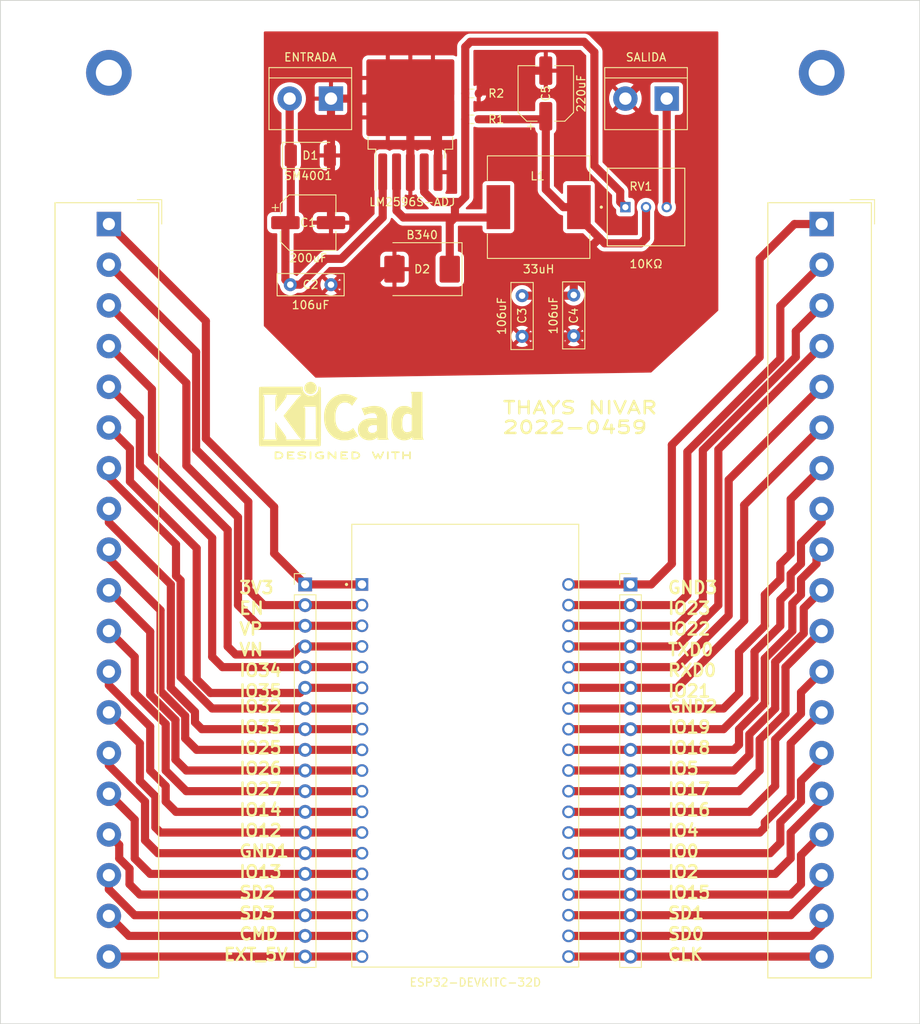
<source format=kicad_pcb>
(kicad_pcb (version 20221018) (generator pcbnew)
  (layers (0 "F.Cu" signal) (31 "B.Cu" signal) (34 "B.Paste" user) (35 "F.Paste" user) (36 "B.SilkS" user "B.Silkscreen") (37 "F.SilkS" user "F.Silkscreen") (38 "B.Mask" user) (39 "F.Mask" user) (44 "Edge.Cuts" user))
  (net 0 "")
  (net 1 "Net-(D1-K)")
  (net 2 "GND")
  (net 3 "Net-(J6-Pin_1)")
  (net 4 "Net-(D2-K)")
  (net 5 "3v3")
  (net 6 "EN")
  (net 7 "VP")
  (net 8 "VN")
  (net 9 "IO34")
  (net 10 "IO35")
  (net 11 "IO32")
  (net 12 "IO33")
  (net 13 "IO25")
  (net 14 "IO26")
  (net 15 "IO27")
  (net 16 "IO14")
  (net 17 "IO12")
  (net 18 "GND1")
  (net 19 "IO13")
  (net 20 "SD2")
  (net 21 "SD3")
  (net 22 "CMD")
  (net 23 "EXT_5V")
  (net 24 "GND3")
  (net 25 "IO23")
  (net 26 "IO22")
  (net 27 "TXD0")
  (net 28 "RXD0")
  (net 29 "IO21")
  (net 30 "GND2")
  (net 31 "IO19")
  (net 32 "IO18")
  (net 33 "IO5")
  (net 34 "IO17")
  (net 35 "IO16")
  (net 36 "IO4")
  (net 37 "IO0")
  (net 38 "IO2")
  (net 39 "IO15")
  (net 40 "SD1")
  (net 41 "SD0")
  (net 42 "CLK")
  (footprint "MountingHole:MountingHole_3.2mm_M3_DIN965_Pad" (layer "F.Cu") (at 97.155 34.29)
    (fp_text reference "REF**" hide)
    (fp_text value "MountingHole_3.2mm_M3_DIN965_Pad" hide)
  )
  (footprint "Diode_SMD:D_MELF" (layer "F.Cu") (at 121.92 44.45)
    (fp_text reference "D1")
    (fp_text value "SM4001")
  )
  (footprint "Resistor_SMD:R_0603_1608Metric" (layer "F.Cu") (at 141.795 40.005 180)
    (fp_text reference "R1")
    (fp_text value "R" hide)
  )
  (footprint "ESP32-DEVKITC-32D:MODULE_ESP32-DEVKITC-32D" (layer "F.Cu") (at 140.97 116.915)
    (fp_text reference "U1" hide)
    (fp_text value "ESP32-DEVKITC-32D")
  )
  (footprint "Package_TO_SOT_SMD:TO-263-5_TabPin3" (layer "F.Cu") (at 134.22 38.85 90)
    (fp_text reference "U2" hide)
    (fp_text value "LM2596S-ADJ")
  )
  (footprint "COM-09806:TRIM_COM-09806" (layer "F.Cu") (at 163.195 50.8)
    (fp_text reference "RV1")
    (fp_text value "10KΩ")
  )
  (footprint "Capacitor_THT:C_Disc_D8.0mm_W2.5mm_P5.00mm" (layer "F.Cu") (at 119.46 60.325)
    (fp_text reference "C2")
    (fp_text value "106uF")
  )
  (footprint "TerminalBlock_Altech:Altech_AK300_1x19_P5.00mm_45-Degree" (layer "F.Cu") (at 184.785 52.875 -90)
    (fp_text reference "J4" hide)
    (fp_text value "Conn_01x19_Pin" hide)
  )
  (footprint "Capacitor_SMD:CP_Elec_6.3x5.2" (layer "F.Cu") (at 150.87 36.83 90)
    (fp_text reference "C5")
    (fp_text value "220uF")
  )
  (footprint "Diode_SMD:D_SMC" (layer "F.Cu") (at 135.665 58.42 180)
    (fp_text reference "D2")
    (fp_text value "B340")
  )
  (footprint "Capacitor_THT:C_Disc_D8.0mm_W2.5mm_P5.00mm" (layer "F.Cu") (at 147.955 61.675 -90)
    (fp_text reference "C3")
    (fp_text value "106uF")
  )
  (footprint "Capacitor_SMD:CP_Elec_6.3x5.2" (layer "F.Cu") (at 121.66 52.705)
    (fp_text reference "C1")
    (fp_text value "200uF")
  )
  (footprint "Capacitor_THT:C_Disc_D8.0mm_W2.5mm_P5.00mm" (layer "F.Cu") (at 154.305 61.595 -90)
    (fp_text reference "C4")
    (fp_text value "106uF")
  )
  (footprint "MountingHole:MountingHole_3.2mm_M3_DIN965_Pad" (layer "F.Cu") (at 184.785 34.29)
    (fp_text reference "REF**" hide)
    (fp_text value "MountingHole_3.2mm_M3_DIN965_Pad" hide)
  )
  (footprint "Inductor_SMD:L_12x12mm_H6mm" (layer "F.Cu") (at 149.99 50.8)
    (fp_text reference "L1")
    (fp_text value "33uH")
  )
  (footprint "TerminalBlock:TerminalBlock_bornier-2_P5.08mm" (layer "F.Cu") (at 165.735 37.465 180)
    (fp_text reference "J6" hide)
    (fp_text value "SALIDA")
  )
  (footprint "Connector_PinHeader_2.54mm:PinHeader_1x19_P2.54mm_Vertical" (layer "F.Cu") (at 121.285 97.155)
    (fp_text reference "J3" hide)
    (fp_text value "Conn_01x19_Pin" hide)
  )
  (footprint "Symbol:KiCad-Logo2_8mm_SilkScreen" (layer "F.Cu") (at 125.73 76.2)
    (fp_text reference "REF**" hide)
    (fp_text value "KiCad-Logo2_8mm_SilkScreen" hide)
  )
  (footprint "TerminalBlock_Altech:Altech_AK300_1x19_P5.00mm_45-Degree" (layer "F.Cu") (at 97.155 52.875 -90)
    (fp_text reference "J1" hide)
    (fp_text value "Conn_01x19_Socket" hide)
  )
  (footprint "TerminalBlock:TerminalBlock_bornier-2_P5.08mm" (layer "F.Cu") (at 124.46 37.465 180)
    (fp_text reference "J5" hide)
    (fp_text value "ENTRADA")
  )
  (footprint "Connector_PinHeader_2.54mm:PinHeader_1x19_P2.54mm_Vertical" (layer "F.Cu") (at 161.29 97.155)
    (fp_text reference "J2" hide)
    (fp_text value "Conn_01x19_Socket" hide)
  )
  (footprint "Resistor_SMD:R_0603_1608Metric" (layer "F.Cu") (at 141.795 36.83)
    (fp_text reference "R2")
    (fp_text value "R" hide)
  )
  (gr_rect (start 83.82 25.4) (end 196.85 151.13) (stroke (width 0.1)) (fill none) (layer "Edge.Cuts"))
  (gr_text "IO0" (at 165.735 130.81) (layer "F.SilkS") (effects (font (size 1.5 1.5) (thickness 0.3) bold) (justify left bottom)))
  (gr_text "3V3" (at 113.03 98.425) (layer "F.SilkS") (effects (font (size 1.5 1.5) (thickness 0.3) bold) (justify left bottom)))
  (gr_text "IO15\n" (at 165.735 135.89) (layer "F.SilkS") (effects (font (size 1.5 1.5) (thickness 0.3) bold) (justify left bottom)))
  (gr_text "VP" (at 113.03 103.505) (layer "F.SilkS") (effects (font (size 1.5 1.5) (thickness 0.3) bold) (justify left bottom)))
  (gr_text "GND2" (at 165.735 113.03) (layer "F.SilkS") (effects (font (size 1.5 1.5) (thickness 0.3) bold) (justify left bottom)))
  (gr_text "IO26" (at 113.03 120.65) (layer "F.SilkS") (effects (font (size 1.5 1.5) (thickness 0.3) bold) (justify left bottom)))
  (gr_text "IO21" (at 165.735 111.125) (layer "F.SilkS") (effects (font (size 1.5 1.5) (thickness 0.3) bold) (justify left bottom)))
  (gr_text "IO33" (at 113.03 115.57) (layer "F.SilkS") (effects (font (size 1.5 1.5) (thickness 0.3) bold) (justify left bottom)))
  (gr_text "IO4" (at 165.735 128.27) (layer "F.SilkS") (effects (font (size 1.5 1.5) (thickness 0.3) bold) (justify left bottom)))
  (gr_text "IO13" (at 113.03 133.35) (layer "F.SilkS") (effects (font (size 1.5 1.5) (thickness 0.3) bold) (justify left bottom)))
  (gr_text "IO14" (at 113.03 125.73) (layer "F.SilkS") (effects (font (size 1.5 1.5) (thickness 0.3) bold) (justify left bottom)))
  (gr_text "IO19" (at 165.735 115.57) (layer "F.SilkS") (effects (font (size 1.5 1.5) (thickness 0.3) bold) (justify left bottom)))
  (gr_text "EN" (at 113.03 100.965) (layer "F.SilkS") (effects (font (size 1.5 1.5) (thickness 0.3) bold) (justify left bottom)))
  (gr_text "IO5" (at 165.735 120.65) (layer "F.SilkS") (effects (font (size 1.5 1.5) (thickness 0.3) bold) (justify left bottom)))
  (gr_text "SD1" (at 165.735 138.43) (layer "F.SilkS") (effects (font (size 1.5 1.5) (thickness 0.3) bold) (justify left bottom)))
  (gr_text "THAYS NIVAR\n2022-0459\n" (at 145.415 78.74) (layer "F.SilkS") (effects (font (size 1.5 2) (thickness 0.3) bold) (justify left bottom)))
  (gr_text "SD3" (at 113.03 138.43) (layer "F.SilkS") (effects (font (size 1.5 1.5) (thickness 0.3) bold) (justify left bottom)))
  (gr_text "IO2" (at 165.735 133.35) (layer "F.SilkS") (effects (font (size 1.5 1.5) (thickness 0.3) bold) (justify left bottom)))
  (gr_text "IO23" (at 165.735 100.965) (layer "F.SilkS") (effects (font (size 1.5 1.5) (thickness 0.3) bold) (justify left bottom)))
  (gr_text "CLK\n" (at 165.735 143.51) (layer "F.SilkS") (effects (font (size 1.5 1.5) (thickness 0.3) bold) (justify left bottom)))
  (gr_text "IO34" (at 113.03 108.585) (layer "F.SilkS") (effects (font (size 1.5 1.5) (thickness 0.3) bold) (justify left bottom)))
  (gr_text "CMD" (at 113.03 140.97) (layer "F.SilkS") (effects (font (size 1.5 1.5) (thickness 0.3) bold) (justify left bottom)))
  (gr_text "TXD0" (at 165.735 106.045) (layer "F.SilkS") (effects (font (size 1.5 1.5) (thickness 0.3) bold) (justify left bottom)))
  (gr_text "IO32" (at 113.03 113.03) (layer "F.SilkS") (effects (font (size 1.5 1.5) (thickness 0.3) bold) (justify left bottom)))
  (gr_text "IO12" (at 113.03 128.27) (layer "F.SilkS") (effects (font (size 1.5 1.5) (thickness 0.3) bold) (justify left bottom)))
  (gr_text "IO27" (at 113.03 123.19) (layer "F.SilkS") (effects (font (size 1.5 1.5) (thickness 0.3) bold) (justify left bottom)))
  (gr_text "GND1" (at 113.03 130.81) (layer "F.SilkS") (effects (font (size 1.5 1.5) (thickness 0.3) bold) (justify left bottom)))
  (gr_text "IO16" (at 165.735 125.73) (layer "F.SilkS") (effects (font (size 1.5 1.5) (thickness 0.3) bold) (justify left bottom)))
  (gr_text "IO22" (at 165.735 103.505) (layer "F.SilkS") (effects (font (size 1.5 1.5) (thickness 0.3) bold) (justify left bottom)))
  (gr_text "VN" (at 113.03 106.045) (layer "F.SilkS") (effects (font (size 1.5 1.5) (thickness 0.3) bold) (justify left bottom)))
  (gr_text "SD2" (at 113.03 135.89) (layer "F.SilkS") (effects (font (size 1.5 1.5) (thickness 0.3) bold) (justify left bottom)))
  (gr_text "EXT_5V" (at 111.125 143.51) (layer "F.SilkS") (effects (font (size 1.5 1.5) (thickness 0.3) bold) (justify left bottom)))
  (gr_text "IO25" (at 113.03 118.11) (layer "F.SilkS") (effects (font (size 1.5 1.5) (thickness 0.3) bold) (justify left bottom)))
  (gr_text "IO17" (at 165.735 123.19) (layer "F.SilkS") (effects (font (size 1.5 1.5) (thickness 0.3) bold) (justify left bottom)))
  (gr_text "GND3" (at 165.735 98.425) (layer "F.SilkS") (effects (font (size 1.5 1.5) (thickness 0.3) bold) (justify left bottom)))
  (gr_text "SD0\n" (at 165.735 140.97) (layer "F.SilkS") (effects (font (size 1.5 1.5) (thickness 0.3) bold) (justify left bottom)))
  (gr_text "IO18" (at 165.735 118.11) (layer "F.SilkS") (effects (font (size 1.5 1.5) (thickness 0.3) bold) (justify left bottom)))
  (gr_text "RXD0" (at 165.735 108.585) (layer "F.SilkS") (effects (font (size 1.5 1.5) (thickness 0.3) bold) (justify left bottom)))
  (gr_text "IO35" (at 113.03 111.125) (layer "F.SilkS") (effects (font (size 1.5 1.5) (thickness 0.3) bold) (justify left bottom)))
  (segment (start 118.86 59.725) (end 119.46 60.325) (width 1) (layer "F.Cu") (net 1))
  (segment (start 118.86 52.705) (end 118.86 59.725) (width 1) (layer "F.Cu") (net 1))
  (segment (start 119.52 44.45) (end 119.52 52.045) (width 1) (layer "F.Cu") (net 1))
  (segment (start 125.73 57.15) (end 130.82 52.06) (width 1) (layer "F.Cu") (net 1))
  (segment (start 123.825 57.15) (end 125.73 57.15) (width 1) (layer "F.Cu") (net 1))
  (segment (start 120.65 60.325) (end 123.825 57.15) (width 1) (layer "F.Cu") (net 1))
  (segment (start 119.46 60.325) (end 120.65 60.325) (width 1) (layer "F.Cu") (net 1))
  (segment (start 119.38 37.465) (end 119.38 44.31) (width 1) (layer "F.Cu") (net 1))
  (segment (start 119.52 52.045) (end 118.86 52.705) (width 1) (layer "F.Cu") (net 1))
  (segment (start 130.82 52.06) (end 130.82 46.5) (width 1) (layer "F.Cu") (net 1))
  (segment (start 119.38 44.31) (end 119.52 44.45) (width 1) (layer "F.Cu") (net 1))
  (segment (start 129.54 60.325) (end 124.46 60.325) (width 1) (layer "F.Cu") (net 2))
  (segment (start 162.64 66.595) (end 154.305 66.595) (width 1) (layer "F.Cu") (net 2))
  (segment (start 145.42 34.03) (end 142.62 36.83) (width 1) (layer "F.Cu") (net 2))
  (segment (start 168.91 60.325) (end 162.64 66.595) (width 1) (layer "F.Cu") (net 2))
  (segment (start 167.64 34.29) (end 168.91 35.56) (width 1) (layer "F.Cu") (net 2))
  (segment (start 137.62 46.5) (end 137.62 40.4) (width 1) (layer "F.Cu") (net 2))
  (segment (start 124.46 52.705) (end 124.46 44.59) (width 1) (layer "F.Cu") (net 2))
  (segment (start 132.715 57.15) (end 129.54 60.325) (width 1) (layer "F.Cu") (net 2))
  (segment (start 124.46 44.59) (end 124.32 44.45) (width 1) (layer "F.Cu") (net 2))
  (segment (start 124.46 37.465) (end 128.905 37.465) (width 1) (layer "F.Cu") (net 2))
  (segment (start 124.46 37.465) (end 124.46 44.31) (width 1) (layer "F.Cu") (net 2))
  (segment (start 128.905 37.465) (end 131.445 34.925) (width 1) (layer "F.Cu") (net 2))
  (segment (start 160.655 37.465) (end 163.83 34.29) (width 1) (layer "F.Cu") (net 2))
  (segment (start 124.46 44.31) (end 124.32 44.45) (width 1) (layer "F.Cu") (net 2))
  (segment (start 147.955 66.675) (end 154.225 66.675) (width 1) (layer "F.Cu") (net 2))
  (segment (start 150.87 34.03) (end 145.42 34.03) (width 1) (layer "F.Cu") (net 2))
  (segment (start 163.83 34.29) (end 167.64 34.29) (width 1) (layer "F.Cu") (net 2))
  (segment (start 154.225 66.675) (end 154.305 66.595) (width 1) (layer "F.Cu") (net 2))
  (segment (start 132.265 58.42) (end 132.852944 57.832056) (width 1) (layer "F.Cu") (net 2))
  (segment (start 137.62 40.4) (end 136.995 39.775) (width 1) (layer "F.Cu") (net 2))
  (segment (start 132.852944 57.287944) (end 132.715 57.15) (width 1) (layer "F.Cu") (net 2))
  (segment (start 132.852944 57.832056) (end 132.852944 57.287944) (width 1) (layer "F.Cu") (net 2))
  (segment (start 168.91 35.56) (end 168.91 60.325) (width 1) (layer "F.Cu") (net 2))
  (segment (start 134.22 46.5) (end 134.22 37.35) (width 1) (layer "F.Cu") (net 2))
  (segment (start 163.195 54.61) (end 163.195 50.8) (width 1) (layer "F.Cu") (net 3))
  (segment (start 154.305 61.595) (end 154.305 57.785) (width 1) (layer "F.Cu") (net 3))
  (segment (start 150.87 48.635) (end 153.035 50.8) (width 1) (layer "F.Cu") (net 3))
  (segment (start 165.735 37.465) (end 165.735 50.8) (width 1) (layer "F.Cu") (net 3))
  (segment (start 147.955 61.675) (end 154.225 61.675) (width 1) (layer "F.Cu") (net 3))
  (segment (start 150.87 39.63) (end 150.87 48.635) (width 1) (layer "F.Cu") (net 3))
  (segment (start 150.495 40.005) (end 150.87 39.63) (width 1) (layer "F.Cu") (net 3))
  (segment (start 154.94 52.07) (end 157.48 54.61) (width 1) (layer "F.Cu") (net 3))
  (segment (start 153.035 50.8) (end 154.94 50.8) (width 1) (layer "F.Cu") (net 3))
  (segment (start 154.225 61.675) (end 154.305 61.595) (width 1) (layer "F.Cu") (net 3))
  (segment (start 162.56 55.245) (end 163.195 54.61) (width 1) (layer "F.Cu") (net 3))
  (segment (start 154.305 57.785) (end 157.48 54.61) (width 1) (layer "F.Cu") (net 3))
  (segment (start 150.87 39.63) (end 151.13 39.89) (width 1) (layer "F.Cu") (net 3))
  (segment (start 158.115 55.245) (end 162.56 55.245) (width 1) (layer "F.Cu") (net 3))
  (segment (start 157.48 54.61) (end 158.115 55.245) (width 1) (layer "F.Cu") (net 3))
  (segment (start 154.94 50.8) (end 154.94 52.07) (width 1) (layer "F.Cu") (net 3))
  (segment (start 142.62 40.005) (end 150.495 40.005) (width 1) (layer "F.Cu") (net 3))
  (segment (start 133.35 52.07) (end 139.7 52.07) (width 1) (layer "F.Cu") (net 4))
  (segment (start 139.065 58.42) (end 139.065 52.705) (width 1) (layer "F.Cu") (net 4))
  (segment (start 140.97 49.53) (end 140.97 40.005) (width 1) (layer "F.Cu") (net 4))
  (segment (start 139.065 52.705) (end 139.7 52.07) (width 1) (layer "F.Cu") (net 4))
  (segment (start 141.605 30.48) (end 155.575 30.48) (width 1) (layer "F.Cu") (net 4))
  (segment (start 140.97 31.115) (end 141.605 30.48) (width 1) (layer "F.Cu") (net 4))
  (segment (start 132.52 51.24) (end 133.35 52.07) (width 1) (layer "F.Cu") (net 4))
  (segment (start 140.97 36.83) (end 140.97 31.115) (width 1) (layer "F.Cu") (net 4))
  (segment (start 140.335 50.165) (end 140.97 49.53) (width 1) (layer "F.Cu") (net 4))
  (segment (start 156.845 31.75) (end 156.845 45.72) (width 1) (layer "F.Cu") (net 4))
  (segment (start 137.16 50.165) (end 140.335 50.165) (width 1) (layer "F.Cu") (net 4))
  (segment (start 155.575 30.48) (end 156.845 31.75) (width 1) (layer "F.Cu") (net 4))
  (segment (start 135.92 46.5) (end 135.92 48.925) (width 1) (layer "F.Cu") (net 4))
  (segment (start 143.77 52.07) (end 145.04 50.8) (width 1) (layer "F.Cu") (net 4))
  (segment (start 156.845 45.72) (end 160.02 48.895) (width 1) (layer "F.Cu") (net 4))
  (segment (start 139.7 52.07) (end 143.77 52.07) (width 1) (layer "F.Cu") (net 4))
  (segment (start 160.02 48.895) (end 160.02 50.165) (width 1) (layer "F.Cu") (net 4))
  (segment (start 132.52 46.5) (end 132.52 51.24) (width 1) (layer "F.Cu") (net 4))
  (segment (start 135.92 48.925) (end 137.16 50.165) (width 1) (layer "F.Cu") (net 4))
  (segment (start 139.7 50.8) (end 140.335 50.165) (width 1) (layer "F.Cu") (net 4))
  (segment (start 140.97 40.005) (end 140.97 36.83) (width 1) (layer "F.Cu") (net 4))
  (segment (start 139.7 52.07) (end 139.7 50.8) (width 1) (layer "F.Cu") (net 4))
  (segment (start 160.02 50.165) (end 160.655 50.8) (width 1) (layer "F.Cu") (net 4))
  (segment (start 109.08 64.8) (end 97.155 52.875) (width 1) (layer "F.Cu") (net 5))
  (segment (start 117.475 87.63) (end 109.08 79.235) (width 1) (layer "F.Cu") (net 5))
  (segment (start 121.285 97.155) (end 117.475 93.345) (width 1) (layer "F.Cu") (net 5))
  (segment (start 117.475 93.345) (end 117.475 87.63) (width 1) (layer "F.Cu") (net 5))
  (segment (start 109.08 79.235) (end 109.08 64.8) (width 1) (layer "F.Cu") (net 5))
  (segment (start 121.285 97.155) (end 128.27 97.155) (width 1) (layer "F.Cu") (net 5))
  (segment (start 121.285 99.695) (end 116.205 99.695) (width 1) (layer "F.Cu") (net 6))
  (segment (start 107.88 80.575) (end 107.88 68.6) (width 1) (layer "F.Cu") (net 6))
  (segment (start 116.205 99.695) (end 114.3 97.79) (width 1) (layer "F.Cu") (net 6))
  (segment (start 107.88 68.6) (end 97.155 57.875) (width 1) (layer "F.Cu") (net 6))
  (segment (start 114.3 86.995) (end 107.88 80.575) (width 1) (layer "F.Cu") (net 6))
  (segment (start 114.3 97.79) (end 114.3 86.995) (width 1) (layer "F.Cu") (net 6))
  (segment (start 121.285 99.695) (end 128.27 99.695) (width 1) (layer "F.Cu") (net 6))
  (segment (start 106.68 82.55) (end 106.68 72.4) (width 1) (layer "F.Cu") (net 7))
  (segment (start 121.285 102.235) (end 115.57 102.235) (width 1) (layer "F.Cu") (net 7))
  (segment (start 113.03 88.9) (end 106.68 82.55) (width 1) (layer "F.Cu") (net 7))
  (segment (start 115.57 102.235) (end 113.03 99.695) (width 1) (layer "F.Cu") (net 7))
  (segment (start 121.285 102.235) (end 128.27 102.235) (width 1) (layer "F.Cu") (net 7))
  (segment (start 113.03 99.695) (end 113.03 88.9) (width 1) (layer "F.Cu") (net 7))
  (segment (start 106.68 72.4) (end 97.155 62.875) (width 1) (layer "F.Cu") (net 7))
  (segment (start 97.155 67.875) (end 102.448528 73.168528) (width 1) (layer "F.Cu") (net 8))
  (segment (start 102.448528 81.138528) (end 111.76 90.45) (width 1) (layer "F.Cu") (net 8))
  (segment (start 111.76 90.45) (end 111.76 104.775) (width 1) (layer "F.Cu") (net 8))
  (segment (start 102.448528 73.168528) (end 102.448528 81.138528) (width 1) (layer "F.Cu") (net 8))
  (segment (start 120.65 104.775) (end 121.285 104.775) (width 1) (layer "F.Cu") (net 8))
  (segment (start 111.76 104.775) (end 112.75 105.765) (width 1) (layer "F.Cu") (net 8))
  (segment (start 128.27 104.775) (end 121.285 104.775) (width 1) (layer "F.Cu") (net 8))
  (segment (start 119.66 105.765) (end 120.65 104.775) (width 1) (layer "F.Cu") (net 8))
  (segment (start 112.75 105.765) (end 119.66 105.765) (width 1) (layer "F.Cu") (net 8))
  (segment (start 109.855 91.44) (end 100.965 82.55) (width 1) (layer "F.Cu") (net 9))
  (segment (start 109.855 106.045) (end 109.855 91.44) (width 1) (layer "F.Cu") (net 9))
  (segment (start 121.285 107.315) (end 128.27 107.315) (width 1) (layer "F.Cu") (net 9))
  (segment (start 121.285 107.315) (end 111.125 107.315) (width 1) (layer "F.Cu") (net 9))
  (segment (start 100.965 76.685) (end 97.155 72.875) (width 1) (layer "F.Cu") (net 9))
  (segment (start 100.965 82.55) (end 100.965 76.685) (width 1) (layer "F.Cu") (net 9))
  (segment (start 111.125 107.315) (end 109.855 106.045) (width 1) (layer "F.Cu") (net 9))
  (segment (start 128.27 109.855) (end 121.285 109.855) (width 1) (layer "F.Cu") (net 10))
  (segment (start 99.746028 84.506028) (end 99.746028 80.466028) (width 1) (layer "F.Cu") (net 10))
  (segment (start 121.285 109.855) (end 120.65 110.49) (width 1) (layer "F.Cu") (net 10))
  (segment (start 107.95 108.792944) (end 107.95 92.71) (width 1) (layer "F.Cu") (net 10))
  (segment (start 107.95 92.71) (end 99.746028 84.506028) (width 1) (layer "F.Cu") (net 10))
  (segment (start 109.647056 110.49) (end 107.95 108.792944) (width 1) (layer "F.Cu") (net 10))
  (segment (start 99.746028 80.466028) (end 97.155 77.875) (width 1) (layer "F.Cu") (net 10))
  (segment (start 120.65 110.49) (end 109.647056 110.49) (width 1) (layer "F.Cu") (net 10))
  (segment (start 121.285 112.395) (end 128.27 112.395) (width 1) (layer "F.Cu") (net 11))
  (segment (start 105.975 96.657944) (end 105.41 96.092944) (width 1) (layer "F.Cu") (net 11))
  (segment (start 97.155 83.9825) (end 97.155 82.875) (width 1) (layer "F.Cu") (net 11))
  (segment (start 109.855 112.395) (end 105.975 108.515) (width 1) (layer "F.Cu") (net 11))
  (segment (start 121.285 112.395) (end 109.855 112.395) (width 1) (layer "F.Cu") (net 11))
  (segment (start 105.41 92.2375) (end 97.155 83.9825) (width 1) (layer "F.Cu") (net 11))
  (segment (start 105.975 108.515) (end 105.975 96.657944) (width 1) (layer "F.Cu") (net 11))
  (segment (start 105.41 96.092944) (end 105.41 92.2375) (width 1) (layer "F.Cu") (net 11))
  (segment (start 128.27 114.935) (end 121.285 114.935) (width 1) (layer "F.Cu") (net 12))
  (segment (start 104.775 109.843832) (end 104.775 97.155) (width 1) (layer "F.Cu") (net 12))
  (segment (start 104.775 97.155) (end 97.155 89.535) (width 1) (layer "F.Cu") (net 12))
  (segment (start 107.74 112.808832) (end 104.775 109.843832) (width 1) (layer "F.Cu") (net 12))
  (segment (start 107.74 114.09) (end 107.74 112.808832) (width 1) (layer "F.Cu") (net 12))
  (segment (start 108.585 114.935) (end 107.74 114.09) (width 1) (layer "F.Cu") (net 12))
  (segment (start 97.155 89.535) (end 97.155 87.875) (width 1) (layer "F.Cu") (net 12))
  (segment (start 121.285 114.935) (end 108.585 114.935) (width 1) (layer "F.Cu") (net 12))
  (segment (start 103.505 110.270888) (end 103.505 100.33) (width 1) (layer "F.Cu") (net 13))
  (segment (start 107.95 117.475) (end 106.54 116.065) (width 1) (layer "F.Cu") (net 13))
  (segment (start 121.285 117.475) (end 107.95 117.475) (width 1) (layer "F.Cu") (net 13))
  (segment (start 103.505 100.33) (end 97.155 93.98) (width 1) (layer "F.Cu") (net 13))
  (segment (start 106.54 113.305888) (end 103.505 110.270888) (width 1) (layer "F.Cu") (net 13))
  (segment (start 106.54 116.065) (end 106.54 113.305888) (width 1) (layer "F.Cu") (net 13))
  (segment (start 97.155 93.98) (end 97.155 92.875) (width 1) (layer "F.Cu") (net 13))
  (segment (start 121.285 117.475) (end 128.27 117.475) (width 1) (layer "F.Cu") (net 13))
  (segment (start 128.27 120.015) (end 121.285 120.015) (width 1) (layer "F.Cu") (net 14))
  (segment (start 102.235 102.955) (end 97.155 97.875) (width 1) (layer "F.Cu") (net 14))
  (segment (start 121.285 120.015) (end 106.68 120.015) (width 1) (layer "F.Cu") (net 14))
  (segment (start 105.34 113.802944) (end 102.235 110.697944) (width 1) (layer "F.Cu") (net 14))
  (segment (start 102.235 110.697944) (end 102.235 102.955) (width 1) (layer "F.Cu") (net 14))
  (segment (start 105.34 118.675) (end 105.34 113.802944) (width 1) (layer "F.Cu") (net 14))
  (segment (start 106.68 120.015) (end 105.34 118.675) (width 1) (layer "F.Cu") (net 14))
  (segment (start 100.33 106.05) (end 97.155 102.875) (width 1) (layer "F.Cu") (net 15))
  (segment (start 106.68 122.555) (end 104.14 120.015) (width 1) (layer "F.Cu") (net 15))
  (segment (start 100.33 110.49) (end 100.33 106.05) (width 1) (layer "F.Cu") (net 15))
  (segment (start 104.14 120.015) (end 104.14 114.3) (width 1) (layer "F.Cu") (net 15))
  (segment (start 104.14 114.3) (end 100.33 110.49) (width 1) (layer "F.Cu") (net 15))
  (segment (start 121.285 122.555) (end 128.27 122.555) (width 1) (layer "F.Cu") (net 15))
  (segment (start 121.285 122.555) (end 106.68 122.555) (width 1) (layer "F.Cu") (net 15))
  (segment (start 97.155 109.5375) (end 97.155 107.875) (width 1) (layer "F.Cu") (net 16))
  (segment (start 104.14 123.825) (end 104.14 121.92) (width 1) (layer "F.Cu") (net 16))
  (segment (start 102.235 114.6175) (end 97.155 109.5375) (width 1) (layer "F.Cu") (net 16))
  (segment (start 104.14 121.92) (end 102.235 120.015) (width 1) (layer "F.Cu") (net 16))
  (segment (start 121.285 125.095) (end 105.41 125.095) (width 1) (layer "F.Cu") (net 16))
  (segment (start 128.27 125.095) (end 121.285 125.095) (width 1) (layer "F.Cu") (net 16))
  (segment (start 105.41 125.095) (end 104.14 123.825) (width 1) (layer "F.Cu") (net 16))
  (segment (start 102.235 120.015) (end 102.235 114.6175) (width 1) (layer "F.Cu") (net 16))
  (segment (start 102.87 123.19) (end 100.965 121.285) (width 1) (layer "F.Cu") (net 17))
  (segment (start 102.87 127) (end 102.87 123.19) (width 1) (layer "F.Cu") (net 17))
  (segment (start 100.965 116.685) (end 97.155 112.875) (width 1) (layer "F.Cu") (net 17))
  (segment (start 100.965 121.285) (end 100.965 116.685) (width 1) (layer "F.Cu") (net 17))
  (segment (start 121.285 127.635) (end 103.505 127.635) (width 1) (layer "F.Cu") (net 17))
  (segment (start 121.285 127.635) (end 128.27 127.635) (width 1) (layer "F.Cu") (net 17))
  (segment (start 103.505 127.635) (end 102.87 127) (width 1) (layer "F.Cu") (net 17))
  (segment (start 101.6 128.5875) (end 101.6 123.825) (width 1) (layer "F.Cu") (net 18))
  (segment (start 101.6 123.825) (end 97.155 119.38) (width 1) (layer "F.Cu") (net 18))
  (segment (start 121.285 130.175) (end 103.1875 130.175) (width 1) (layer "F.Cu") (net 18))
  (segment (start 121.285 130.175) (end 128.27 130.175) (width 1) (layer "F.Cu") (net 18))
  (segment (start 103.1875 130.175) (end 101.6 128.5875) (width 1) (layer "F.Cu") (net 18))
  (segment (start 97.155 119.38) (end 97.155 117.875) (width 1) (layer "F.Cu") (net 18))
  (segment (start 121.285 132.715) (end 128.27 132.715) (width 1) (layer "F.Cu") (net 19))
  (segment (start 121.285 132.715) (end 102.235 132.715) (width 1) (layer "F.Cu") (net 19))
  (segment (start 100.33 130.81) (end 100.33 126.05) (width 1) (layer "F.Cu") (net 19))
  (segment (start 100.33 126.05) (end 97.155 122.875) (width 1) (layer "F.Cu") (net 19))
  (segment (start 102.235 132.715) (end 100.33 130.81) (width 1) (layer "F.Cu") (net 19))
  (segment (start 98.425 130.81) (end 98.425 129.145) (width 1) (layer "F.Cu") (net 20))
  (segment (start 99.695 133.985) (end 99.695 132.08) (width 1) (layer "F.Cu") (net 20))
  (segment (start 100.965 135.255) (end 99.695 133.985) (width 1) (layer "F.Cu") (net 20))
  (segment (start 99.695 132.08) (end 98.425 130.81) (width 1) (layer "F.Cu") (net 20))
  (segment (start 121.285 135.255) (end 128.27 135.255) (width 1) (layer "F.Cu") (net 20))
  (segment (start 121.285 135.255) (end 100.965 135.255) (width 1) (layer "F.Cu") (net 20))
  (segment (start 98.425 129.145) (end 97.155 127.875) (width 1) (layer "F.Cu") (net 20))
  (segment (start 97.155 134.62) (end 97.155 132.875) (width 1) (layer "F.Cu") (net 21))
  (segment (start 121.285 137.795) (end 100.33 137.795) (width 1) (layer "F.Cu") (net 21))
  (segment (start 100.33 137.795) (end 97.155 134.62) (width 1) (layer "F.Cu") (net 21))
  (segment (start 121.285 137.795) (end 128.27 137.795) (width 1) (layer "F.Cu") (net 21))
  (segment (start 121.285 140.335) (end 128.27 140.335) (width 1) (layer "F.Cu") (net 22))
  (segment (start 99.615 140.335) (end 97.155 137.875) (width 1) (layer "F.Cu") (net 22))
  (segment (start 121.285 140.335) (end 99.615 140.335) (width 1) (layer "F.Cu") (net 22))
  (segment (start 121.285 142.875) (end 128.27 142.875) (width 1) (layer "F.Cu") (net 23))
  (segment (start 121.285 142.875) (end 97.155 142.875) (width 1) (layer "F.Cu") (net 23))
  (segment (start 166.37 80.01) (end 177.165 69.215) (width 1) (layer "F.Cu") (net 24))
  (segment (start 163.83 97.155) (end 166.37 94.615) (width 1) (layer "F.Cu") (net 24))
  (segment (start 181.44 52.875) (end 184.785 52.875) (width 1) (layer "F.Cu") (net 24))
  (segment (start 161.29 97.155) (end 163.83 97.155) (width 1) (layer "F.Cu") (net 24))
  (segment (start 177.165 69.215) (end 177.165 57.15) (width 1) (layer "F.Cu") (net 24))
  (segment (start 177.165 57.15) (end 181.44 52.875) (width 1) (layer "F.Cu") (net 24))
  (segment (start 166.37 94.615) (end 166.37 80.01) (width 1) (layer "F.Cu") (net 24))
  (segment (start 153.67 97.155) (end 161.29 97.155) (width 1) (layer "F.Cu") (net 24))
  (segment (start 167.005 99.695) (end 168.275 98.425) (width 1) (layer "F.Cu") (net 25))
  (segment (start 168.275 98.425) (end 168.275 80.852944) (width 1) (layer "F.Cu") (net 25))
  (segment (start 168.275 80.852944) (end 179.705 69.422944) (width 1) (layer "F.Cu") (net 25))
  (segment (start 179.705 69.422944) (end 179.705 62.955) (width 1) (layer "F.Cu") (net 25))
  (segment (start 153.67 99.695) (end 161.29 99.695) (width 1) (layer "F.Cu") (net 25))
  (segment (start 179.705 62.955) (end 184.785 57.875) (width 1) (layer "F.Cu") (net 25))
  (segment (start 161.29 99.695) (end 167.005 99.695) (width 1) (layer "F.Cu") (net 25))
  (segment (start 161.29 102.235) (end 167.005 102.235) (width 1) (layer "F.Cu") (net 26))
  (segment (start 181.61 66.05) (end 184.785 62.875) (width 1) (layer "F.Cu") (net 26))
  (segment (start 170.18 99.06) (end 170.18 80.645) (width 1) (layer "F.Cu") (net 26))
  (segment (start 170.18 80.645) (end 181.61 69.215) (width 1) (layer "F.Cu") (net 26))
  (segment (start 153.67 102.235) (end 161.29 102.235) (width 1) (layer "F.Cu") (net 26))
  (segment (start 167.005 102.235) (end 170.18 99.06) (width 1) (layer "F.Cu") (net 26))
  (segment (start 181.61 69.215) (end 181.61 66.05) (width 1) (layer "F.Cu") (net 26))
  (segment (start 167.005 104.775) (end 172.085 99.695) (width 1) (layer "F.Cu") (net 27))
  (segment (start 153.67 104.775) (end 161.29 104.775) (width 1) (layer "F.Cu") (net 27))
  (segment (start 172.085 80.575) (end 184.785 67.875) (width 1) (layer "F.Cu") (net 27))
  (segment (start 172.085 99.695) (end 172.085 80.575) (width 1) (layer "F.Cu") (net 27))
  (segment (start 161.29 104.775) (end 167.005 104.775) (width 1) (layer "F.Cu") (net 27))
  (segment (start 161.29 107.315) (end 167.005 107.315) (width 1) (layer "F.Cu") (net 28))
  (segment (start 167.005 107.315) (end 173.355 100.965) (width 1) (layer "F.Cu") (net 28))
  (segment (start 173.355 100.965) (end 173.355 84.305) (width 1) (layer "F.Cu") (net 28))
  (segment (start 153.67 107.315) (end 161.29 107.315) (width 1) (layer "F.Cu") (net 28))
  (segment (start 173.355 84.305) (end 184.785 72.875) (width 1) (layer "F.Cu") (net 28))
  (segment (start 153.67 109.855) (end 161.29 109.855) (width 1) (layer "F.Cu") (net 29))
  (segment (start 167.005 109.855) (end 175.26 101.6) (width 1) (layer "F.Cu") (net 29))
  (segment (start 175.26 101.6) (end 175.26 87.4) (width 1) (layer "F.Cu") (net 29))
  (segment (start 161.29 109.855) (end 167.005 109.855) (width 1) (layer "F.Cu") (net 29))
  (segment (start 175.26 87.4) (end 184.785 77.875) (width 1) (layer "F.Cu") (net 29))
  (segment (start 153.67 112.395) (end 161.29 112.395) (width 1) (layer "F.Cu") (net 30))
  (segment (start 177.8 98.425) (end 179.705 96.52) (width 1) (layer "F.Cu") (net 30))
  (segment (start 179.705 94.615) (end 180.975 93.345) (width 1) (layer "F.Cu") (net 30))
  (segment (start 172.72 112.395) (end 174.625 110.49) (width 1) (layer "F.Cu") (net 30))
  (segment (start 177.8 102.235) (end 177.8 98.425) (width 1) (layer "F.Cu") (net 30))
  (segment (start 161.29 112.395) (end 172.72 112.395) (width 1) (layer "F.Cu") (net 30))
  (segment (start 174.625 105.41) (end 177.8 102.235) (width 1) (layer "F.Cu") (net 30))
  (segment (start 174.625 110.49) (end 174.625 105.41) (width 1) (layer "F.Cu") (net 30))
  (segment (start 180.975 93.345) (end 180.975 86.685) (width 1) (layer "F.Cu") (net 30))
  (segment (start 180.975 86.685) (end 184.785 82.875) (width 1) (layer "F.Cu") (net 30))
  (segment (start 179.705 96.52) (end 179.705 94.615) (width 1) (layer "F.Cu") (net 30))
  (segment (start 176.53 111.125) (end 176.53 105.41) (width 1) (layer "F.Cu") (net 31))
  (segment (start 179.705 99.06) (end 180.975 97.79) (width 1) (layer "F.Cu") (net 31))
  (segment (start 180.975 97.79) (end 180.975 95.885) (width 1) (layer "F.Cu") (net 31))
  (segment (start 153.67 114.935) (end 161.29 114.935) (width 1) (layer "F.Cu") (net 31))
  (segment (start 172.72 114.935) (end 176.53 111.125) (width 1) (layer "F.Cu") (net 31))
  (segment (start 180.975 95.885) (end 182.245 94.615) (width 1) (layer "F.Cu") (net 31))
  (segment (start 182.245 94.615) (end 182.245 92.075) (width 1) (layer "F.Cu") (net 31))
  (segment (start 179.705 102.235) (end 179.705 99.06) (width 1) (layer "F.Cu") (net 31))
  (segment (start 161.29 114.935) (end 172.72 114.935) (width 1) (layer "F.Cu") (net 31))
  (segment (start 182.245 92.075) (end 184.785 89.535) (width 1) (layer "F.Cu") (net 31))
  (segment (start 184.785 89.535) (end 184.785 87.875) (width 1) (layer "F.Cu") (net 31))
  (segment (start 176.53 105.41) (end 179.705 102.235) (width 1) (layer "F.Cu") (net 31))
  (segment (start 177.8 111.76) (end 177.8 106.252944) (width 1) (layer "F.Cu") (net 32))
  (segment (start 177.8 106.252944) (end 181.182944 102.87) (width 1) (layer "F.Cu") (net 32))
  (segment (start 181.182944 102.87) (end 181.182944 99.487056) (width 1) (layer "F.Cu") (net 32))
  (segment (start 184.15 93.51) (end 184.785 92.875) (width 1) (layer "F.Cu") (net 32))
  (segment (start 184.15 94.615) (end 184.15 93.51) (width 1) (layer "F.Cu") (net 32))
  (segment (start 182.245 96.52) (end 184.15 94.615) (width 1) (layer "F.Cu") (net 32))
  (segment (start 161.29 117.475) (end 173.99 117.475) (width 1) (layer "F.Cu") (net 32))
  (segment (start 174.625 114.935) (end 177.8 111.76) (width 1) (layer "F.Cu") (net 32))
  (segment (start 174.625 116.84) (end 174.625 114.935) (width 1) (layer "F.Cu") (net 32))
  (segment (start 181.182944 99.487056) (end 182.245 98.425) (width 1) (layer "F.Cu") (net 32))
  (segment (start 153.67 117.475) (end 161.29 117.475) (width 1) (layer "F.Cu") (net 32))
  (segment (start 173.99 117.475) (end 174.625 116.84) (width 1) (layer "F.Cu") (net 32))
  (segment (start 182.245 98.425) (end 182.245 96.52) (width 1) (layer "F.Cu") (net 32))
  (segment (start 182.585 103.165) (end 182.585 100.075) (width 1) (layer "F.Cu") (net 33))
  (segment (start 179.07 112.395) (end 179.07 106.68) (width 1) (layer "F.Cu") (net 33))
  (segment (start 175.895 115.57) (end 179.07 112.395) (width 1) (layer "F.Cu") (net 33))
  (segment (start 175.895 118.11) (end 175.895 115.57) (width 1) (layer "F.Cu") (net 33))
  (segment (start 179.07 106.68) (end 182.585 103.165) (width 1) (layer "F.Cu") (net 33))
  (segment (start 182.585 100.075) (end 184.785 97.875) (width 1) (layer "F.Cu") (net 33))
  (segment (start 161.29 120.015) (end 173.99 120.015) (width 1) (layer "F.Cu") (net 33))
  (segment (start 153.67 120.015) (end 161.29 120.015) (width 1) (layer "F.Cu") (net 33))
  (segment (start 173.99 120.015) (end 175.895 118.11) (width 1) (layer "F.Cu") (net 33))
  (segment (start 177.165 120.015) (end 177.165 116.205) (width 1) (layer "F.Cu") (net 34))
  (segment (start 153.67 122.555) (end 161.29 122.555) (width 1) (layer "F.Cu") (net 34))
  (segment (start 174.625 122.555) (end 177.165 120.015) (width 1) (layer "F.Cu") (net 34))
  (segment (start 180.34 107.32) (end 184.785 102.875) (width 1) (layer "F.Cu") (net 34))
  (segment (start 161.29 122.555) (end 174.625 122.555) (width 1) (layer "F.Cu") (net 34))
  (segment (start 180.34 113.03) (end 180.34 107.32) (width 1) (layer "F.Cu") (net 34))
  (segment (start 177.165 116.205) (end 180.34 113.03) (width 1) (layer "F.Cu") (net 34))
  (segment (start 161.29 125.095) (end 175.895 125.095) (width 1) (layer "F.Cu") (net 35))
  (segment (start 179.07 116.205) (end 182.245 113.03) (width 1) (layer "F.Cu") (net 35))
  (segment (start 182.245 113.03) (end 182.245 110.415) (width 1) (layer "F.Cu") (net 35))
  (segment (start 179.07 121.92) (end 179.07 116.205) (width 1) (layer "F.Cu") (net 35))
  (segment (start 182.245 110.415) (end 184.785 107.875) (width 1) (layer "F.Cu") (net 35))
  (segment (start 153.67 125.095) (end 161.29 125.095) (width 1) (layer "F.Cu") (net 35))
  (segment (start 175.895 125.095) (end 179.07 121.92) (width 1) (layer "F.Cu") (net 35))
  (segment (start 153.67 127.635) (end 161.29 127.635) (width 1) (layer "F.Cu") (net 36))
  (segment (start 161.29 127.635) (end 177.165 127.635) (width 1) (layer "F.Cu") (net 36))
  (segment (start 177.165 127.635) (end 177.8 127) (width 1) (layer "F.Cu") (net 36))
  (segment (start 180.975 123.19) (end 180.975 116.685) (width 1) (layer "F.Cu") (net 36))
  (segment (start 180.975 116.685) (end 184.785 112.875) (width 1) (layer "F.Cu") (net 36))
  (segment (start 177.8 126.365) (end 180.975 123.19) (width 1) (layer "F.Cu") (net 36))
  (segment (start 177.8 127) (end 177.8 126.365) (width 1) (layer "F.Cu") (net 36))
  (segment (start 178.435 130.175) (end 161.29 130.175) (width 1) (layer "F.Cu") (net 37))
  (segment (start 179.705 128.905) (end 178.435 130.175) (width 1) (layer "F.Cu") (net 37))
  (segment (start 182.245 123.825) (end 179.705 126.365) (width 1) (layer "F.Cu") (net 37))
  (segment (start 179.705 126.365) (end 179.705 128.905) (width 1) (layer "F.Cu") (net 37))
  (segment (start 153.67 130.175) (end 161.29 130.175) (width 1) (layer "F.Cu") (net 37))
  (segment (start 182.245 121.285) (end 182.245 123.825) (width 1) (layer "F.Cu") (net 37))
  (segment (start 184.785 117.875) (end 184.785 118.745) (width 1) (layer "F.Cu") (net 37))
  (segment (start 184.785 118.745) (end 182.245 121.285) (width 1) (layer "F.Cu") (net 37))
  (segment (start 180.975 130.81) (end 180.975 127.635) (width 1) (layer "F.Cu") (net 38))
  (segment (start 184.785 123.825) (end 184.785 122.875) (width 1) (layer "F.Cu") (net 38))
  (segment (start 180.975 127.635) (end 184.785 123.825) (width 1) (layer "F.Cu") (net 38))
  (segment (start 179.07 132.715) (end 180.975 130.81) (width 1) (layer "F.Cu") (net 38))
  (segment (start 153.67 132.715) (end 161.29 132.715) (width 1) (layer "F.Cu") (net 38))
  (segment (start 161.29 132.715) (end 179.07 132.715) (width 1) (layer "F.Cu") (net 38))
  (segment (start 180.975 135.255) (end 182.245 133.985) (width 1) (layer "F.Cu") (net 39))
  (segment (start 182.245 133.985) (end 182.245 130.415) (width 1) (layer "F.Cu") (net 39))
  (segment (start 182.245 130.415) (end 184.785 127.875) (width 1) (layer "F.Cu") (net 39))
  (segment (start 153.67 135.255) (end 161.29 135.255) (width 1) (layer "F.Cu") (net 39))
  (segment (start 161.29 135.255) (end 180.975 135.255) (width 1) (layer "F.Cu") (net 39))
  (segment (start 180.975 137.795) (end 184.785 133.985) (width 1) (layer "F.Cu") (net 40))
  (segment (start 153.67 137.795) (end 161.29 137.795) (width 1) (layer "F.Cu") (net 40))
  (segment (start 184.785 133.985) (end 184.785 132.875) (width 1) (layer "F.Cu") (net 40))
  (segment (start 161.29 137.795) (end 180.975 137.795) (width 1) (layer "F.Cu") (net 40))
  (segment (start 161.29 140.335) (end 183.515 140.335) (width 1) (layer "F.Cu") (net 41))
  (segment (start 183.515 140.335) (end 184.785 139.065) (width 1) (layer "F.Cu") (net 41))
  (segment (start 153.67 140.335) (end 161.29 140.335) (width 1) (layer "F.Cu") (net 41))
  (segment (start 184.785 139.065) (end 184.785 137.875) (width 1) (layer "F.Cu") (net 41))
  (segment (start 153.67 142.875) (end 161.29 142.875) (width 1) (layer "F.Cu") (net 42))
  (segment (start 161.29 142.875) (end 184.785 142.875) (width 1) (layer "F.Cu") (net 42))
  (zone (net 2) (net_name "GND") (layer "F.Cu") (connect_pads (clearance 0.5)) (min_thickness 0.25) (fill yes (thermal_gap 0.5) (thermal_bridge_width 0.5) (island_removal_mode 1) (island_area_min 10))
    (polygon (pts (xy 116.205 29.21) (xy 172.085 29.21) (xy 172.085 63.5) (xy 163.83 71.12) (xy 122.555 71.755) (xy 116.205 65.405)))
  )
)
</source>
